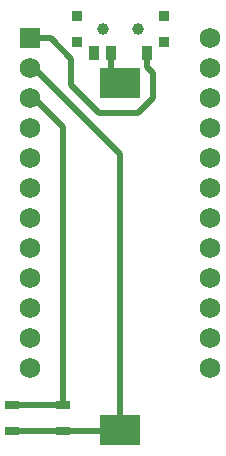
<source format=gbr>
G04 #@! TF.GenerationSoftware,KiCad,Pcbnew,(5.0.0)*
G04 #@! TF.CreationDate,2020-03-09T09:29:50-06:00*
G04 #@! TF.ProjectId,BatteryPack,426174746572795061636B2E6B696361,rev?*
G04 #@! TF.SameCoordinates,Original*
G04 #@! TF.FileFunction,Copper,L1,Top,Signal*
G04 #@! TF.FilePolarity,Positive*
%FSLAX46Y46*%
G04 Gerber Fmt 4.6, Leading zero omitted, Abs format (unit mm)*
G04 Created by KiCad (PCBNEW (5.0.0)) date 03/09/20 09:29:50*
%MOMM*%
%LPD*%
G01*
G04 APERTURE LIST*
G04 #@! TA.AperFunction,SMDPad,CuDef*
%ADD10R,1.200000X0.650000*%
G04 #@! TD*
G04 #@! TA.AperFunction,ComponentPad*
%ADD11R,1.752600X1.752600*%
G04 #@! TD*
G04 #@! TA.AperFunction,ComponentPad*
%ADD12C,1.752600*%
G04 #@! TD*
G04 #@! TA.AperFunction,SMDPad,CuDef*
%ADD13R,3.510000X2.540000*%
G04 #@! TD*
G04 #@! TA.AperFunction,WasherPad*
%ADD14C,1.000000*%
G04 #@! TD*
G04 #@! TA.AperFunction,SMDPad,CuDef*
%ADD15R,0.900000X1.250000*%
G04 #@! TD*
G04 #@! TA.AperFunction,SMDPad,CuDef*
%ADD16R,0.900000X0.900000*%
G04 #@! TD*
G04 #@! TA.AperFunction,Conductor*
%ADD17C,0.500000*%
G04 #@! TD*
G04 APERTURE END LIST*
D10*
G04 #@! TO.P,SW1,1*
G04 #@! TO.N,Net-(SW1-Pad1)*
X119144000Y-95132000D03*
X123444000Y-95132000D03*
G04 #@! TO.P,SW1,2*
G04 #@! TO.N,GND*
X119144000Y-97282000D03*
X123444000Y-97282000D03*
G04 #@! TD*
D11*
G04 #@! TO.P,U1,1*
G04 #@! TO.N,Net-(SW2-Pad1)*
X120650000Y-64060000D03*
D12*
G04 #@! TO.P,U1,2*
G04 #@! TO.N,GND*
X120650000Y-66600000D03*
G04 #@! TO.P,U1,3*
G04 #@! TO.N,Net-(SW1-Pad1)*
X120650000Y-69140000D03*
G04 #@! TO.P,U1,4*
G04 #@! TO.N,N/C*
X120650000Y-71680000D03*
G04 #@! TO.P,U1,5*
X120650000Y-74220000D03*
G04 #@! TO.P,U1,6*
X120650000Y-76760000D03*
G04 #@! TO.P,U1,7*
X120650000Y-79300000D03*
G04 #@! TO.P,U1,8*
X120650000Y-81840000D03*
G04 #@! TO.P,U1,9*
X120650000Y-84380000D03*
G04 #@! TO.P,U1,10*
X120650000Y-86920000D03*
G04 #@! TO.P,U1,11*
X120650000Y-89460000D03*
G04 #@! TO.P,U1,12*
X120650000Y-92000000D03*
G04 #@! TO.P,U1,24*
X135890000Y-92000000D03*
G04 #@! TO.P,U1,23*
X135890000Y-89460000D03*
G04 #@! TO.P,U1,22*
X135890000Y-86920000D03*
G04 #@! TO.P,U1,21*
X135890000Y-84380000D03*
G04 #@! TO.P,U1,20*
X135890000Y-81840000D03*
G04 #@! TO.P,U1,19*
X135890000Y-79300000D03*
G04 #@! TO.P,U1,18*
X135890000Y-76760000D03*
G04 #@! TO.P,U1,17*
X135890000Y-74220000D03*
G04 #@! TO.P,U1,16*
X135890000Y-71680000D03*
G04 #@! TO.P,U1,15*
X135890000Y-69140000D03*
G04 #@! TO.P,U1,14*
X135890000Y-66600000D03*
G04 #@! TO.P,U1,13*
X135890000Y-64060000D03*
G04 #@! TD*
D13*
G04 #@! TO.P,BT1,1*
G04 #@! TO.N,Net-(BT1-Pad1)*
X128270000Y-67870000D03*
G04 #@! TO.P,BT1,2*
G04 #@! TO.N,GND*
X128270000Y-97230000D03*
G04 #@! TD*
D14*
G04 #@! TO.P,SW2,*
G04 #@! TO.N,*
X129770000Y-63246000D03*
X126770000Y-63246000D03*
D15*
G04 #@! TO.P,SW2,2*
G04 #@! TO.N,Net-(BT1-Pad1)*
X127520000Y-65321000D03*
G04 #@! TO.P,SW2,3*
G04 #@! TO.N,N/C*
X126020000Y-65321000D03*
G04 #@! TO.P,SW2,1*
G04 #@! TO.N,Net-(SW2-Pad1)*
X130520000Y-65321000D03*
D16*
G04 #@! TO.P,SW2,0*
G04 #@! TO.N,N/C*
X131970000Y-62146000D03*
X131970000Y-64346000D03*
X124570000Y-64346000D03*
X124570000Y-62146000D03*
G04 #@! TD*
D17*
G04 #@! TO.N,GND*
X119144000Y-97282000D02*
X123444000Y-97282000D01*
X128218000Y-97282000D02*
X128270000Y-97230000D01*
X123444000Y-97282000D02*
X128218000Y-97282000D01*
X128270000Y-73870000D02*
X128270000Y-97230000D01*
X121000000Y-66600000D02*
X128270000Y-73870000D01*
X120650000Y-66600000D02*
X121000000Y-66600000D01*
G04 #@! TO.N,Net-(BT1-Pad1)*
X128052000Y-67652000D02*
X128270000Y-67870000D01*
X127520000Y-67120000D02*
X128270000Y-67870000D01*
X127520000Y-65321000D02*
X127520000Y-67120000D01*
G04 #@! TO.N,Net-(SW1-Pad1)*
X119144000Y-95132000D02*
X123444000Y-95132000D01*
X123444000Y-71584000D02*
X123444000Y-95132000D01*
X121000000Y-69140000D02*
X123444000Y-71584000D01*
X120650000Y-69140000D02*
X121000000Y-69140000D01*
G04 #@! TO.N,Net-(SW2-Pad1)*
X122376300Y-64060000D02*
X124102300Y-65786000D01*
X124102300Y-65786000D02*
X124102300Y-67968300D01*
X124102300Y-67968300D02*
X126492000Y-70358000D01*
X126492000Y-70358000D02*
X129794000Y-70358000D01*
X129794000Y-70358000D02*
X131052000Y-69100000D01*
X131052000Y-66978000D02*
X131052000Y-69100000D01*
X130520000Y-66446000D02*
X131052000Y-66978000D01*
X130520000Y-65321000D02*
X130520000Y-66446000D01*
X120650000Y-64060000D02*
X121920000Y-64060000D01*
X121000000Y-64060000D02*
X121920000Y-64060000D01*
X121920000Y-64060000D02*
X122376300Y-64060000D01*
G04 #@! TD*
M02*

</source>
